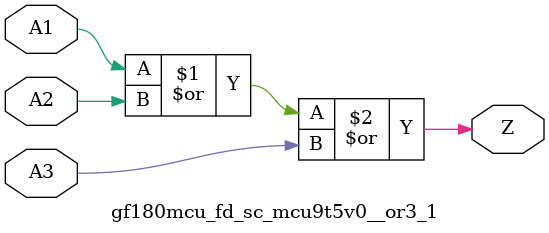
<source format=v>

module gf180mcu_fd_sc_mcu9t5v0__or3_1( A1, A2, A3, Z );
input A1, A2, A3;
output Z;

	or MGM_BG_0( Z, A1, A2, A3 );

endmodule

</source>
